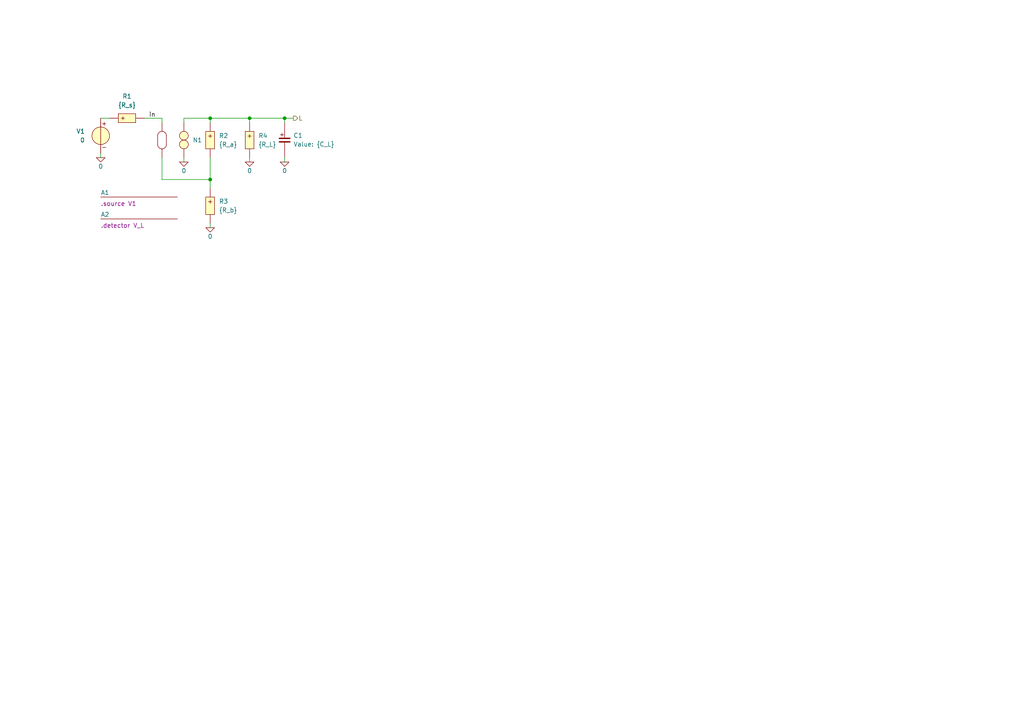
<source format=kicad_sch>
(kicad_sch (version 20250114) (generator "eeschema") (generator_version "9.0")
  (paper "A4")
  (title_block (title "Ideal voltage amplifier"))
  (lib_symbols
    (symbol "SLiCAP:C" (pin_numbers (hide yes)) (pin_names (offset 1.016) (hide yes))
      (property "Reference" "C?" (at 2.54 3.81 0))
      (property "Value" "?" (at 2.54 1.27 0) (show_name))
      (property "vinit" "0" (at 2.54 -1.27 0) (show_name))
      (symbol "C_0_0"
        (text "+" (at -0.762 1.651 0) (effects (font (size 1.27 1.27))))
      )
      (symbol "C_0_1"
        (polyline (pts (xy -1.524 0.508) (xy 1.524 0.508)) (stroke (width 0.381)))
        (polyline (pts (xy -1.524 -0.508) (xy 1.524 -0.508)) (stroke (width 0.381)))
        (polyline (pts (xy 0 2.54) (xy 0 0.508)))
        (polyline (pts (xy 0 -2.54) (xy 0 -0.508)))
      )
      (symbol "C_1_0"
        (pin passive line (at 0 5.08 270) (length 2.54) (name "1") (number "1"))
        (pin passive line (at 0 -5.08 90) (length 2.54) (name "2") (number "2"))
      )
    )
    (symbol "SLiCAP:Command" (pin_numbers (hide yes)) (pin_names (offset 0) (hide yes))
      (property "Reference" "A?" (at 0 1.27 0))
      (property "command" "?" (at 0 -1.905 0))
      (symbol "Command_0_1"
        (polyline (pts (xy 0 0) (xy 22.225 0)))
      )
    )
    (symbol "SLiCAP:GND" (power) (pin_numbers (hide yes)) (pin_names (offset 0) (hide yes))
      (property "Value" "0" (at 0 -2.54 0))
      (symbol "GND_0_1"
        (polyline (pts (xy -1.27 0) (xy 0 -1.27) (xy 1.27 0) (xy -1.27 0)))
      )
      (symbol "GND_1_1"
        (pin power_in line (at 0 0 0) (length 0) (name "~") (number "1"))
      )
    )
    (symbol "SLiCAP:N" (pin_numbers (hide yes)) (pin_names (offset 0) (hide yes))
      (property "Reference" "N?" (at 1.905 0 0))
      (symbol "N_0_1"
        (polyline (pts (xy -7.62 1.27) (xy -7.62 -1.27)))
        (arc (start -5.08 -1.27) (mid -5.452 -2.168) (end -6.35 -2.54))
        (arc (start -6.3499 2.5401) (mid -5.4519 2.1681) (end -5.0799 1.2701))
        (arc (start -6.35 -2.54) (mid -7.248 -2.168) (end -7.62 -1.27))
        (arc (start -7.6199 1.2701) (mid -7.2479 2.1681) (end -6.3499 2.5401))
      )
      (symbol "N_1_0"
        (pin power_out line (at 0 5.08 270) (length 2.54) (name "outP") (number "1"))
        (pin power_out line (at 0 -5.08 90) (length 2.54) (name "outN") (number "2"))
      )
      (symbol "N_1_1"
        (polyline (pts (xy -5.08 1.27) (xy -5.08 -1.27)) (fill (type background)))
        (circle (center 0 1.27) (radius 1.27) (fill (type background)))
        (circle (center 0 -1.27) (radius 1.27) (fill (type background)))
        (pin input line (at -6.35 5.08 270) (length 2.54) (name "inp") (number "3"))
        (pin input line (at -6.35 -5.08 90) (length 2.54) (name "inN") (number "4"))
      )
    )
    (symbol "SLiCAP:R" (pin_numbers (hide yes)) (pin_names (offset 1.016) (hide yes))
      (property "Reference" "R?" (at 1.905 3.81 0))
      (property "Value" "?" (at 1.905 1.905 0) (show_name))
      (property "noisetemp" "0" (at 1.905 0 0) (show_name))
      (property "noiseflow" "0" (at 15.24 0 0) (show_name))
      (property "dcvar" "0" (at 1.905 -1.905 0) (show_name))
      (property "dcvarlot" "0" (at 15.24 -1.905 0) (show_name))
      (symbol "R_0_0"
        (text "+" (at 0 1.27 0) (effects (font (size 1.27 1.27))))
      )
      (symbol "R_1_0"
        (pin passive line (at 0 5.08 270) (length 2.54) (name "1") (number "1"))
        (pin passive line (at 0 -5.08 90) (length 2.54) (name "2") (number "2"))
      )
      (symbol "R_1_1"
        (rectangle (start -1.27 2.54) (end 1.27 -2.54) (fill (type background)))
      )
    )
    (symbol "SLiCAP:V" (pin_numbers (hide yes)) (pin_names (offset 0) (hide yes))
      (property "Reference" "V?" (at 3.175 4.445 0))
      (property "Value" "?" (at 3.175 2.54 0) (show_name))
      (property "noise" "0" (at 3.175 -3.175 0) (show_name))
      (property "dc" "0" (at 3.175 0.635 0) (show_name))
      (property "dcvar" "0" (at 3.175 -1.27 0) (show_name))
      (symbol "V_0_0"
        (text "+" (at -1.016 3.556 0) (effects (font (size 1.27 1.27))))
        (text "-" (at -1.016 -3.302 0) (effects (font (size 1.27 1.27))))
        (pin power_out line (at 0 5.08 270) (length 2.54) (name "p") (number "1"))
        (pin power_out line (at 0 -5.08 90) (length 2.54) (name "n") (number "2"))
      )
      (symbol "V_0_1"
        (polyline (pts (xy 0 2.54) (xy 0 -2.54)))
      )
      (symbol "V_1_0"
        (circle (center 0 0) (radius 2.54) (fill (type background)))
      )
    )
  )
  (junction (at 72.39 34.29))
  (junction (at 60.96 34.29))
  (junction (at 82.55 34.29))
  (junction (at 60.96 52.07))
  (wire (pts (xy 82.55 45.72) (xy 82.55 46.99)))
  (wire (pts (xy 53.34 45.72) (xy 53.34 46.99)))
  (wire (pts (xy 46.99 34.29) (xy 41.91 34.29)))
  (wire (pts (xy 72.39 45.72) (xy 72.39 46.99)))
  (wire (pts (xy 60.96 64.77) (xy 60.96 66.04)))
  (wire (pts (xy 46.99 52.07) (xy 60.96 52.07)))
  (wire (pts (xy 46.99 45.72) (xy 46.99 52.07)))
  (wire (pts (xy 72.39 34.29) (xy 82.55 34.29)))
  (wire (pts (xy 82.55 34.29) (xy 85.09 34.29)))
  (wire (pts (xy 82.55 34.29) (xy 82.55 35.56)))
  (wire (pts (xy 46.99 34.29) (xy 46.99 35.56)))
  (wire (pts (xy 29.21 34.29) (xy 31.75 34.29)))
  (wire (pts (xy 53.34 34.29) (xy 53.34 35.56)))
  (wire (pts (xy 60.96 54.61) (xy 60.96 52.07)))
  (wire (pts (xy 60.96 45.72) (xy 60.96 52.07)))
  (wire (pts (xy 60.96 34.29) (xy 60.96 35.56)))
  (wire (pts (xy 29.21 45.72) (xy 29.21 44.45)))
  (wire (pts (xy 53.34 34.29) (xy 60.96 34.29)))
  (wire (pts (xy 60.96 34.29) (xy 72.39 34.29)))
  (wire (pts (xy 72.39 34.29) (xy 72.39 35.56)))
  (label "in" (at 43.18 34.29 0))
  (hierarchical_label "L" (shape output) (at 85.09 34.29 0))
  (symbol (lib_id "SLiCAP:R") (at 72.39 40.64 0) (unit 1)
    (property "Reference" "R4" (at 74.93 39.3699 0) (effects (justify left)))
    (property "Value" "{R_L}" (at 74.93 41.9099 0) (effects (justify left)))
    (property "Description" "Resistor (cannot have zero resistance)" (effects (hide yes)))
    (property "model" "R" (effects (hide yes)))
    (property "noisetemp" "0" (effects (hide yes)))
    (property "noiseflow" "0" (effects (hide yes)))
    (property "dcvar" "0" (effects (hide yes)))
    (property "dcvarlot" "0" (effects (hide yes)))
  )
  (symbol (lib_id "SLiCAP:V") (at 29.21 39.37 0) (mirror y) (unit 1)
    (property "Reference" "V1" (at 24.638 38.1 0) (effects (justify left)))
    (property "Value" "0" (at 24.638 40.64 0) (effects (justify left)))
    (property "Description" "Independent voltage source" (effects (hide yes)))
    (property "noise" "0" (effects (hide yes)))
    (property "dc" "0" (effects (hide yes)))
    (property "dcvar" "0" (effects (hide yes)))
    (property "model" "V" (effects (hide yes)))
  )
  (symbol (lib_id "SLiCAP:GND") (at 53.34 46.99 0) (unit 1)
    (property "Reference" "#02" (effects (hide yes)))
    (property "Value" "0" (at 53.34 49.53 0))
    (property "Description" "0V reference potential" (effects (hide yes)))
  )
  (symbol (lib_id "SLiCAP:Command") (at 29.21 63.5 0) (unit 1)
    (property "Reference" "A2" (at 29.21 62.23 0) (effects (justify left)))
    (property "Description" "SLiCAP command (.lib, .param, .model. subckt}" (effects (hide yes)))
    (property "command" ".detector V_L" (at 29.21 65.405 0) (effects (justify left)))
  )
  (symbol (lib_id "SLiCAP:Command") (at 29.21 57.15 0) (unit 1)
    (property "Reference" "A1" (at 29.21 55.88 0) (effects (justify left)))
    (property "Description" "SLiCAP command (.lib, .param, .model. subckt}" (effects (hide yes)))
    (property "command" ".source V1" (at 29.21 59.055 0) (effects (justify left)))
  )
  (symbol (lib_id "SLiCAP:GND") (at 29.21 45.72 0) (unit 1)
    (property "Reference" "#01" (effects (hide yes)))
    (property "Value" "0" (at 29.21 48.26 0))
    (property "Description" "0V reference potential" (effects (hide yes)))
  )
  (symbol (lib_id "SLiCAP:R") (at 36.83 34.29 90) (unit 1)
    (property "Reference" "R1" (at 36.83 27.94 90))
    (property "Value" "{R_s}" (at 36.83 30.48 90))
    (property "Description" "Resistor (cannot have zero resistance)" (effects (hide yes)))
    (property "model" "R" (effects (hide yes)))
    (property "noisetemp" "0" (effects (hide yes)))
    (property "noiseflow" "0" (effects (hide yes)))
    (property "dcvar" "0" (effects (hide yes)))
    (property "dcvarlot" "0" (effects (hide yes)))
  )
  (symbol (lib_id "SLiCAP:GND") (at 82.55 46.99 0) (unit 1)
    (property "Reference" "#05" (effects (hide yes)))
    (property "Value" "0" (at 82.55 49.53 0))
    (property "Description" "0V reference potential" (effects (hide yes)))
  )
  (symbol (lib_id "SLiCAP:GND") (at 60.96 66.04 0) (unit 1)
    (property "Reference" "#03" (effects (hide yes)))
    (property "Value" "0" (at 60.96 68.58 0))
    (property "Description" "0V reference potential" (effects (hide yes)))
  )
  (symbol (lib_id "SLiCAP:R") (at 60.96 59.69 0) (unit 1)
    (property "Reference" "R3" (at 63.5 58.4199 0) (effects (justify left)))
    (property "Value" "{R_b}" (at 63.5 60.9599 0) (effects (justify left)))
    (property "Description" "Resistor (cannot have zero resistance)" (effects (hide yes)))
    (property "model" "R" (effects (hide yes)))
    (property "noisetemp" "0" (effects (hide yes)))
    (property "noiseflow" "0" (effects (hide yes)))
    (property "dcvar" "0" (effects (hide yes)))
    (property "dcvarlot" "0" (effects (hide yes)))
  )
  (symbol (lib_id "SLiCAP:GND") (at 72.39 46.99 0) (unit 1)
    (property "Reference" "#04" (effects (hide yes)))
    (property "Value" "0" (at 72.39 49.53 0))
    (property "Description" "0V reference potential" (effects (hide yes)))
  )
  (symbol (lib_id "SLiCAP:C") (at 82.55 40.64 0) (unit 1)
    (property "Reference" "C1" (at 85.09 39.3036 0) (effects (justify left)))
    (property "Value" "{C_L}" (at 85.09 41.8436 0) (show_name yes) (effects (justify left)))
    (property "Description" "Capacitor" (effects (hide yes)))
    (property "model" "C" (effects (hide yes)))
    (property "vinit" "0" (effects (hide yes)))
  )
  (symbol (lib_id "SLiCAP:N") (at 53.34 40.64 0) (unit 1)
    (property "Reference" "N1" (at 55.88 40.6398 0) (effects (justify left)))
    (property "Description" "Nullor" (effects (hide yes)))
    (property "model" "N" (effects (hide yes)))
  )
  (symbol (lib_id "SLiCAP:R") (at 60.96 40.64 0) (unit 1)
    (property "Reference" "R2" (at 63.5 39.3699 0) (effects (justify left)))
    (property "Value" "{R_a}" (at 63.5 41.9099 0) (effects (justify left)))
    (property "Description" "Resistor (cannot have zero resistance)" (effects (hide yes)))
    (property "model" "R" (effects (hide yes)))
    (property "noisetemp" "0" (effects (hide yes)))
    (property "noiseflow" "0" (effects (hide yes)))
    (property "dcvar" "0" (effects (hide yes)))
    (property "dcvarlot" "0" (effects (hide yes)))
  )
)
</source>
